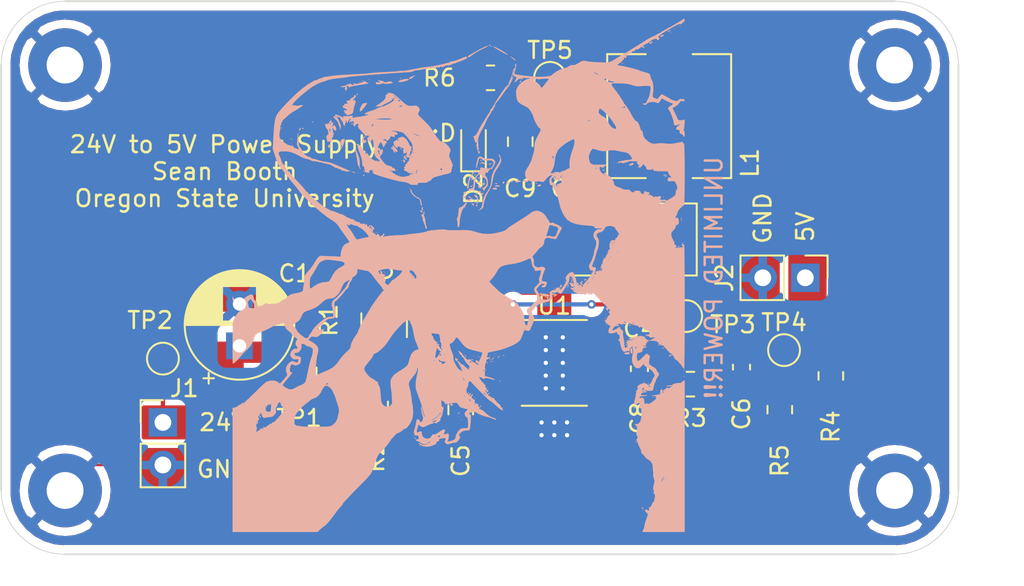
<source format=kicad_pcb>
(kicad_pcb (version 20171130) (host pcbnew "(5.1.12)-1")
  (title_block (title "24V to 5V DC Power Supply") (date 2022-02-18) (rev 1) (company "Oregon State University"))
  (layers (0 F.Cu signal) (31 B.Cu signal) (34 B.Paste user) (35 F.Paste user) (36 B.SilkS user) (37 F.SilkS user) (38 B.Mask user) (39 F.Mask user) (44 Edge.Cuts user))
  (net 0 "")
  (net 1 GND)
  (net 2 "Net-(C1-Pad1)")
  (net 3 "Net-(C4-Pad2)")
  (net 4 "Net-(C4-Pad1)")
  (net 5 "Net-(C5-Pad1)")
  (net 6 "Net-(C6-Pad1)")
  (net 7 "Net-(C7-Pad1)")
  (net 8 "Net-(C8-Pad1)")
  (net 9 "Net-(D2-Pad2)")
  (net 10 "Net-(R1-Pad2)")
  (net 11 "Net-(R4-Pad2)")
  (module local:sheev (layer B.Cu) (at 145.415 104.394 270)
    (fp_text reference G*** hide)
    (fp_text value LOGO hide)
  )
  (module MountingHole:MountingHole_2.2mm_M2_Pad (layer F.Cu) (at 171.45 117.475)
    (fp_text reference REF** hide)
    (fp_text value MountingHole_2.2mm_M2_Pad)
    (pad 1 thru_hole circle (at 0 0) (size 4.399999 4.399999) (drill 2.2) (layers *.Cu *.Mask) (net 1 GND))
  )
  (module MountingHole:MountingHole_2.2mm_M2_Pad (layer F.Cu) (at 121.92 117.475)
    (fp_text reference REF** hide)
    (fp_text value MountingHole_2.2mm_M2_Pad)
    (pad 1 thru_hole circle (at 0 0) (size 4.399999 4.399999) (drill 2.2) (layers *.Cu *.Mask) (net 1 GND))
  )
  (module MountingHole:MountingHole_2.2mm_M2_Pad (layer F.Cu) (at 121.92 92.075)
    (fp_text reference REF** hide)
    (fp_text value MountingHole_2.2mm_M2_Pad)
    (pad 1 thru_hole circle (at 0 0) (size 4.399999 4.399999) (drill 2.2) (layers *.Cu *.Mask) (net 1 GND))
  )
  (module MountingHole:MountingHole_2.2mm_M2_Pad (layer F.Cu) (at 171.45 92.075)
    (fp_text reference REF** hide)
    (fp_text value MountingHole_2.2mm_M2_Pad)
    (pad 1 thru_hole circle (at 0 0) (size 4.399999 4.399999) (drill 2.2) (layers *.Cu *.Mask) (net 1 GND))
  )
  (module TestPoint:TestPoint_Pad_D1.5mm (layer F.Cu) (at 150.876 92.837)
    (fp_text reference TP5 (at 0 -1.648) (layer F.SilkS))
    (fp_text value Vout)
    (pad 1 smd circle (at 0 0) (size 1.5 1.5) (layers F.Cu F.Mask) (net 7 "Net-(C7-Pad1)"))
  )
  (module TestPoint:TestPoint_Pad_D1.5mm (layer F.Cu) (at 164.846 109.093)
    (fp_text reference TP4 (at 0 -1.648) (layer F.SilkS))
    (fp_text value VSENSE)
    (pad 1 smd circle (at 0 0) (size 1.5 1.5) (layers F.Cu F.Mask) (net 11 "Net-(R4-Pad2)"))
  )
  (module TestPoint:TestPoint_Pad_D1.5mm (layer F.Cu) (at 159.004 107.061)
    (fp_text reference TP3 (at 2.794 0.508) (layer F.SilkS))
    (fp_text value PH)
    (pad 1 smd circle (at 0 0) (size 1.5 1.5) (layers F.Cu F.Mask) (net 4 "Net-(C4-Pad1)"))
  )
  (module TestPoint:TestPoint_Pad_D1.5mm (layer F.Cu) (at 127.762 109.601)
    (fp_text reference TP2 (at -0.762 -2.286) (layer F.SilkS))
    (fp_text value Vin)
    (pad 1 smd circle (at 0 0) (size 1.5 1.5) (layers F.Cu F.Mask) (net 2 "Net-(C1-Pad1)"))
  )
  (module TestPoint:TestPoint_Pad_D1.5mm (layer F.Cu) (at 135.89 114.935)
    (fp_text reference TP1 (at 0 -1.778) (layer F.SilkS))
    (fp_text value GND)
    (pad 1 smd circle (at 0 0) (size 1.5 1.5) (layers F.Cu F.Mask) (net 1 GND))
  )
  (module Package_SO:SOIC-8_3.9x4.9mm_P1.27mm (layer F.Cu) (at 151.13 109.855)
    (fp_text reference U1 (at 0 -3.4) (layer F.SilkS))
    (fp_text value TPS54232)
    (pad 8 smd roundrect (at 2.475 -1.905) (size 1.95 0.6) (layers F.Cu F.Paste F.Mask) (net 4 "Net-(C4-Pad1)"))
    (pad 7 smd roundrect (at 2.475 -0.635) (size 1.95 0.6) (layers F.Cu F.Paste F.Mask) (net 1 GND))
    (pad 6 smd roundrect (at 2.475 0.635) (size 1.95 0.6) (layers F.Cu F.Paste F.Mask) (net 8 "Net-(C8-Pad1)"))
    (pad 5 smd roundrect (at 2.475 1.905) (size 1.95 0.6) (layers F.Cu F.Paste F.Mask) (net 11 "Net-(R4-Pad2)"))
    (pad 4 smd roundrect (at -2.475 1.905) (size 1.95 0.6) (layers F.Cu F.Paste F.Mask) (net 5 "Net-(C5-Pad1)"))
    (pad 3 smd roundrect (at -2.475 0.635) (size 1.95 0.6) (layers F.Cu F.Paste F.Mask) (net 10 "Net-(R1-Pad2)"))
    (pad 2 smd roundrect (at -2.475 -0.635) (size 1.95 0.6) (layers F.Cu F.Paste F.Mask) (net 2 "Net-(C1-Pad1)"))
    (pad 1 smd roundrect (at -2.475 -1.905) (size 1.95 0.6) (layers F.Cu F.Paste F.Mask) (net 3 "Net-(C4-Pad2)"))
  )
  (module Resistor_SMD:R_0805_2012Metric_Pad1.20x1.40mm_HandSolder (layer F.Cu) (at 147.32 92.837 180)
    (fp_text reference R6 (at 3.048 0) (layer F.SilkS))
    (fp_text value 140)
    (pad 2 smd roundrect (at 1 0 180) (size 1.2 1.4) (layers F.Cu F.Paste F.Mask) (roundrect_rratio 0.2083325) (net 9 "Net-(D2-Pad2)"))
    (pad 1 smd roundrect (at -1 0 180) (size 1.2 1.4) (layers F.Cu F.Paste F.Mask) (roundrect_rratio 0.2083325) (net 7 "Net-(C7-Pad1)"))
  )
  (module Resistor_SMD:R_0805_2012Metric_Pad1.20x1.40mm_HandSolder (layer F.Cu) (at 164.592 112.649 270)
    (fp_text reference R5 (at 3.048 0 90) (layer F.SilkS))
    (fp_text value 1.96k)
    (pad 2 smd roundrect (at 1 0 270) (size 1.2 1.4) (layers F.Cu F.Paste F.Mask) (roundrect_rratio 0.2083325) (net 1 GND))
    (pad 1 smd roundrect (at -1 0 270) (size 1.2 1.4) (layers F.Cu F.Paste F.Mask) (roundrect_rratio 0.2083325) (net 11 "Net-(R4-Pad2)"))
  )
  (module Resistor_SMD:R_0805_2012Metric_Pad1.20x1.40mm_HandSolder (layer F.Cu) (at 167.64 110.633 270)
    (fp_text reference R4 (at 3.032 0 90) (layer F.SilkS))
    (fp_text value 10.2k)
    (pad 2 smd roundrect (at 1 0 270) (size 1.2 1.4) (layers F.Cu F.Paste F.Mask) (roundrect_rratio 0.2083325) (net 11 "Net-(R4-Pad2)"))
    (pad 1 smd roundrect (at -1 0 270) (size 1.2 1.4) (layers F.Cu F.Paste F.Mask) (roundrect_rratio 0.2083325) (net 7 "Net-(C7-Pad1)"))
  )
  (module Resistor_SMD:R_0805_2012Metric_Pad1.20x1.40mm_HandSolder (layer F.Cu) (at 159.258 111.125)
    (fp_text reference R3 (at 0 2.032) (layer F.SilkS))
    (fp_text value 30.1k)
    (pad 2 smd roundrect (at 1 0) (size 1.2 1.4) (layers F.Cu F.Paste F.Mask) (roundrect_rratio 0.2083325) (net 6 "Net-(C6-Pad1)"))
    (pad 1 smd roundrect (at -1 0) (size 1.2 1.4) (layers F.Cu F.Paste F.Mask) (roundrect_rratio 0.2083325) (net 8 "Net-(C8-Pad1)"))
  )
  (module Resistor_SMD:R_0805_2012Metric_Pad1.20x1.40mm_HandSolder (layer F.Cu) (at 140.462 112.395 270)
    (fp_text reference R2 (at 3.048 0 90) (layer F.SilkS))
    (fp_text value 16.9k)
    (pad 2 smd roundrect (at 1 0 270) (size 1.2 1.4) (layers F.Cu F.Paste F.Mask) (roundrect_rratio 0.2083325) (net 1 GND))
    (pad 1 smd roundrect (at -1 0 270) (size 1.2 1.4) (layers F.Cu F.Paste F.Mask) (roundrect_rratio 0.2083325) (net 10 "Net-(R1-Pad2)"))
  )
  (module Resistor_SMD:R_0805_2012Metric_Pad1.20x1.40mm_HandSolder (layer F.Cu) (at 137.668 110.363 270)
    (fp_text reference R1 (at -3.048 0 90) (layer F.SilkS))
    (fp_text value 169k)
    (pad 2 smd roundrect (at 1 0 270) (size 1.2 1.4) (layers F.Cu F.Paste F.Mask) (roundrect_rratio 0.2083325) (net 10 "Net-(R1-Pad2)"))
    (pad 1 smd roundrect (at -1 0 270) (size 1.2 1.4) (layers F.Cu F.Paste F.Mask) (roundrect_rratio 0.2083325) (net 2 "Net-(C1-Pad1)"))
  )
  (module Inductor_SMD:L_7.3x7.3_H4.5 (layer F.Cu) (at 157.988 95.123 90)
    (fp_text reference L1 (at -2.794 4.826 90) (layer F.SilkS))
    (fp_text value 15uH)
    (pad 2 smd rect (at 3.2 0 90) (size 1.5 2.2) (layers F.Cu F.Paste F.Mask) (net 7 "Net-(C7-Pad1)"))
    (pad 1 smd rect (at -3.2 0 90) (size 1.5 2.2) (layers F.Cu F.Paste F.Mask) (net 4 "Net-(C4-Pad1)"))
  )
  (module Connector_PinHeader_2.54mm:PinHeader_1x02_P2.54mm_Vertical (layer F.Cu) (at 166.116 104.775 270)
    (fp_text reference J2 (at 0 4.826 90) (layer F.SilkS))
    (fp_text value Vout)
    (pad 2 thru_hole oval (at 0 2.54 270) (size 1.7 1.7) (drill 1) (layers *.Cu *.Mask) (net 1 GND))
    (pad 1 thru_hole rect (at 0 0 270) (size 1.7 1.7) (drill 1) (layers *.Cu *.Mask) (net 7 "Net-(C7-Pad1)"))
  )
  (module Connector_PinHeader_2.54mm:PinHeader_1x02_P2.54mm_Vertical (layer F.Cu) (at 127.762 113.411)
    (fp_text reference J1 (at 1.27 -2.032) (layer F.SilkS))
    (fp_text value Vin)
    (pad 2 thru_hole oval (at 0 2.54) (size 1.7 1.7) (drill 1) (layers *.Cu *.Mask) (net 1 GND))
    (pad 1 thru_hole rect (at 0 0) (size 1.7 1.7) (drill 1) (layers *.Cu *.Mask) (net 2 "Net-(C1-Pad1)"))
  )
  (module LED_SMD:LED_0603_1608Metric_Pad1.05x0.95mm_HandSolder (layer F.Cu) (at 146.304 96.76 90)
    (fp_text reference D2 (at -2.681 0 90) (layer F.SilkS))
    (fp_text value LED)
    (pad 2 smd roundrect (at 0.875 0 90) (size 1.05 0.95) (layers F.Cu F.Paste F.Mask) (net 9 "Net-(D2-Pad2)"))
    (pad 1 smd roundrect (at -0.875 0 90) (size 1.05 0.95) (layers F.Cu F.Paste F.Mask) (net 1 GND))
  )
  (module Diode_SMD:D_SMB_Handsoldering (layer F.Cu) (at 155.034 102.489 180)
    (fp_text reference D1 (at 5.936 0) (layer F.SilkS))
    (fp_text value B340LB)
    (pad 2 smd rect (at 2.7 0 180) (size 3.5 2.3) (layers F.Cu F.Paste F.Mask) (net 1 GND))
    (pad 1 smd rect (at -2.7 0 180) (size 3.5 2.3) (layers F.Cu F.Paste F.Mask) (net 4 "Net-(C4-Pad1)"))
  )
  (module Capacitor_SMD:C_0805_2012Metric_Pad1.18x1.45mm_HandSolder (layer F.Cu) (at 149.098 96.647 270)
    (fp_text reference C9 (at 2.794 0 180) (layer F.SilkS))
    (fp_text value 10uF)
    (pad 2 smd roundrect (at 1.0375 0 270) (size 1.175 1.45) (layers F.Cu F.Paste F.Mask) (roundrect_rratio 0.2127659574468085) (net 1 GND))
    (pad 1 smd roundrect (at -1.0375 0 270) (size 1.175 1.45) (layers F.Cu F.Paste F.Mask) (roundrect_rratio 0.2127659574468085) (net 7 "Net-(C7-Pad1)"))
  )
  (module Capacitor_SMD:C_0603_1608Metric_Pad1.08x0.95mm_HandSolder (layer F.Cu) (at 156.21 110.2095 90)
    (fp_text reference C8 (at -2.9475 0 90) (layer F.SilkS))
    (fp_text value 6.8pF)
    (pad 2 smd roundrect (at 0.8625 0 90) (size 1.075 0.95) (layers F.Cu F.Paste F.Mask) (net 1 GND))
    (pad 1 smd roundrect (at -0.8625 0 90) (size 1.075 0.95) (layers F.Cu F.Paste F.Mask) (net 8 "Net-(C8-Pad1)"))
  )
  (module Capacitor_SMD:C_0805_2012Metric_Pad1.18x1.45mm_HandSolder (layer F.Cu) (at 151.892 96.6685 270)
    (fp_text reference C7 (at 2.7725 0 180) (layer F.SilkS))
    (fp_text value 10uF)
    (pad 2 smd roundrect (at 1.0375 0 270) (size 1.175 1.45) (layers F.Cu F.Paste F.Mask) (roundrect_rratio 0.2127659574468085) (net 1 GND))
    (pad 1 smd roundrect (at -1.0375 0 270) (size 1.175 1.45) (layers F.Cu F.Paste F.Mask) (roundrect_rratio 0.2127659574468085) (net 7 "Net-(C7-Pad1)"))
  )
  (module Capacitor_SMD:C_0603_1608Metric_Pad1.08x0.95mm_HandSolder (layer F.Cu) (at 162.306 110.109 90)
    (fp_text reference C6 (at -2.794 0 90) (layer F.SilkS))
    (fp_text value 1800pF)
    (pad 2 smd roundrect (at 0.8625 0 90) (size 1.075 0.95) (layers F.Cu F.Paste F.Mask) (net 1 GND))
    (pad 1 smd roundrect (at -0.8625 0 90) (size 1.075 0.95) (layers F.Cu F.Paste F.Mask) (net 6 "Net-(C6-Pad1)"))
  )
  (module Capacitor_SMD:C_0805_2012Metric_Pad1.18x1.45mm_HandSolder (layer F.Cu) (at 145.542 112.6705 270)
    (fp_text reference C5 (at 3.0265 0 90) (layer F.SilkS))
    (fp_text value 8200pF)
    (pad 2 smd roundrect (at 1.0375 0 270) (size 1.175 1.45) (layers F.Cu F.Paste F.Mask) (roundrect_rratio 0.2127659574468085) (net 1 GND))
    (pad 1 smd roundrect (at -1.0375 0 270) (size 1.175 1.45) (layers F.Cu F.Paste F.Mask) (roundrect_rratio 0.2127659574468085) (net 5 "Net-(C5-Pad1)"))
  )
  (module Capacitor_SMD:C_0603_1608Metric_Pad1.08x0.95mm_HandSolder (layer F.Cu) (at 155.6015 106.045 180)
    (fp_text reference C4 (at -0.6085 -1.778) (layer F.SilkS))
    (fp_text value 0.1uF)
    (pad 2 smd roundrect (at 0.8625 0 180) (size 1.075 0.95) (layers F.Cu F.Paste F.Mask) (net 3 "Net-(C4-Pad2)"))
    (pad 1 smd roundrect (at -0.8625 0 180) (size 1.075 0.95) (layers F.Cu F.Paste F.Mask) (net 4 "Net-(C4-Pad1)"))
  )
  (module Capacitor_SMD:C_1210_3225Metric_Pad1.33x2.70mm_HandSolder (layer F.Cu) (at 144.78 107.6075 90)
    (fp_text reference C3 (at 3.5945 0 90) (layer F.SilkS))
    (fp_text value 10uF)
    (pad 2 smd roundrect (at 1.5625 0 90) (size 1.325 2.7) (layers F.Cu F.Paste F.Mask) (roundrect_rratio 0.1886784905660377) (net 1 GND))
    (pad 1 smd roundrect (at -1.5625 0 90) (size 1.325 2.7) (layers F.Cu F.Paste F.Mask) (roundrect_rratio 0.1886784905660377) (net 2 "Net-(C1-Pad1)"))
  )
  (module Capacitor_SMD:C_1210_3225Metric_Pad1.33x2.70mm_HandSolder (layer F.Cu) (at 140.97 107.6075 90)
    (fp_text reference C2 (at 3.5945 0 90) (layer F.SilkS))
    (fp_text value 10uF)
    (pad 2 smd roundrect (at 1.5625 0 90) (size 1.325 2.7) (layers F.Cu F.Paste F.Mask) (roundrect_rratio 0.1886784905660377) (net 1 GND))
    (pad 1 smd roundrect (at -1.5625 0 90) (size 1.325 2.7) (layers F.Cu F.Paste F.Mask) (roundrect_rratio 0.1886784905660377) (net 2 "Net-(C1-Pad1)"))
  )
  (module Capacitor_THT:CP_Radial_D6.3mm_P2.50mm (layer F.Cu) (at 132.334 108.839 90)
    (fp_text reference C1 (at 4.318 3.302 180) (layer F.SilkS))
    (fp_text value 100uF)
    (pad 2 thru_hole circle (at 2.5 0 90) (size 1.6 1.6) (drill 0.8) (layers *.Cu *.Mask) (net 1 GND))
    (pad 1 thru_hole rect (at 0 0 90) (size 1.6 1.6) (drill 0.8) (layers *.Cu *.Mask) (net 2 "Net-(C1-Pad1)"))
  )
  (gr_text "UNLIMITED POWER!!" (at 160.655 104.775 90) (layer B.SilkS) (effects (font (size 1 1)) (justify mirror)))
  (gr_text "24V to 5V Power Supply\nSean Booth\nOregon State University" (at 131.445 98.425) (layer F.SilkS) (effects (font (size 1 1))))
  (gr_arc (start 171.45 117.475) (end 171.45 121.285) (angle -90) (layer Edge.Cuts) (width 0.05))
  (gr_arc (start 121.92 117.475) (end 118.11 117.475) (angle -90) (layer Edge.Cuts) (width 0.05))
  (gr_arc (start 171.45 92.075) (end 175.26 92.075) (angle -90) (layer Edge.Cuts) (width 0.05))
  (gr_arc (start 121.92 92.075) (end 121.92 88.265) (angle -90) (layer Edge.Cuts) (width 0.05))
  (gr_line (start 175.26 92.075) (end 175.26 117.475) (layer Edge.Cuts) (width 0.1))
  (gr_line (start 121.92 88.265) (end 171.45 88.265) (layer Edge.Cuts) (width 0.1))
  (gr_line (start 118.11 117.475) (end 118.11 92.075) (layer Edge.Cuts) (width 0.1))
  (gr_line (start 171.45 121.285) (end 121.92 121.285) (layer Edge.Cuts) (width 0.1))
  (gr_text :D (at 144.526 96.139) (layer F.SilkS) (effects (font (size 1 1))))
  (gr_text 5V (at 166.116 101.727 90) (layer F.SilkS) (effects (font (size 1 1))))
  (gr_text GND (at 163.576 101.219 90) (layer F.SilkS) (effects (font (size 1 1))))
  (gr_text GND (at 131.318 116.205) (layer F.SilkS) (effects (font (size 1 1))))
  (gr_text "24V\n" (at 131.318 113.411) (layer F.SilkS) (effects (font (size 1 1))))
  (via (at 151.13 113.411) (size 0.508) (drill 0.254) (layers F.Cu B.Cu) (net 1))
  (via (at 150.368 113.411) (size 0.508) (drill 0.254) (layers F.Cu B.Cu) (net 1))
  (via (at 151.892 113.411) (size 0.508) (drill 0.254) (layers F.Cu B.Cu) (net 1))
  (via (at 151.892 114.173) (size 0.508) (drill 0.254) (layers F.Cu B.Cu) (net 1))
  (via (at 151.13 114.173) (size 0.508) (drill 0.254) (layers F.Cu B.Cu) (net 1))
  (via (at 150.368 114.173) (size 0.508) (drill 0.254) (layers F.Cu B.Cu) (net 1))
  (via (at 150.622 108.331) (size 0.508) (drill 0.254) (layers F.Cu B.Cu) (net 1))
  (via (at 151.638 108.331) (size 0.508) (drill 0.254) (layers F.Cu B.Cu) (net 1))
  (via (at 150.622 109.093) (size 0.508) (drill 0.254) (layers F.Cu B.Cu) (net 1))
  (via (at 151.638 109.093) (size 0.508) (drill 0.254) (layers F.Cu B.Cu) (net 1))
  (via (at 150.622 109.855) (size 0.508) (drill 0.254) (layers F.Cu B.Cu) (net 1))
  (via (at 151.638 109.855) (size 0.508) (drill 0.254) (layers F.Cu B.Cu) (net 1))
  (via (at 150.622 110.617) (size 0.508) (drill 0.254) (layers F.Cu B.Cu) (net 1))
  (via (at 151.638 110.617) (size 0.508) (drill 0.254) (layers F.Cu B.Cu) (net 1))
  (via (at 150.622 111.379) (size 0.508) (drill 0.254) (layers F.Cu B.Cu) (net 1))
  (via (at 151.638 111.379) (size 0.508) (drill 0.254) (layers F.Cu B.Cu) (net 1))
  (segment (start 123.444 115.951) (end 121.92 117.475) (width 0.1524) (layer F.Cu) (net 1))
  (segment (start 127.762 115.951) (end 123.444 115.951) (width 0.1524) (layer F.Cu) (net 1))
  (segment (start 127.762 109.601) (end 127.762 113.411) (width 0.254) (layer F.Cu) (net 2))
  (segment (start 148.655 106.364) (end 148.655 106.364) (width 0.1524) (layer F.Cu) (net 3))
  (via (at 148.655 106.364) (size 0.508) (drill 0.254) (layers F.Cu B.Cu) (net 3))
  (segment (start 153.351 106.364) (end 153.351 106.364) (width 0.1524) (layer B.Cu) (net 3))
  (via (at 153.351 106.364) (size 0.508) (drill 0.254) (layers F.Cu B.Cu) (net 3))
  (segment (start 154.674 106.364) (end 154.739 106.299) (width 0.1524) (layer F.Cu) (net 3))
  (segment (start 153.351 106.364) (end 154.674 106.364) (width 0.1524) (layer F.Cu) (net 3))
  (segment (start 148.655 107.95) (end 148.655 106.364) (width 0.254) (layer F.Cu) (net 3))
  (segment (start 154.42 106.364) (end 154.739 106.045) (width 0.254) (layer F.Cu) (net 3))
  (segment (start 153.351 106.364) (end 154.42 106.364) (width 0.254) (layer F.Cu) (net 3))
  (segment (start 148.655 106.364) (end 153.351 106.364) (width 0.254) (layer B.Cu) (net 3))
  (segment (start 153.605 107.95) (end 153.986 107.569) (width 0.1524) (layer F.Cu) (net 4))
  (segment (start 153.986 107.569) (end 156.21 107.569) (width 0.1524) (layer F.Cu) (net 4))
  (segment (start 156.464 107.315) (end 156.464 106.045) (width 0.1524) (layer F.Cu) (net 4))
  (segment (start 156.21 107.569) (end 156.464 107.315) (width 0.1524) (layer F.Cu) (net 4))
  (segment (start 145.669 111.76) (end 145.542 111.633) (width 0.254) (layer F.Cu) (net 5))
  (segment (start 148.655 111.76) (end 145.669 111.76) (width 0.254) (layer F.Cu) (net 5))
  (segment (start 162.1525 111.125) (end 162.306 110.9715) (width 0.254) (layer F.Cu) (net 6))
  (segment (start 160.258 111.125) (end 162.1525 111.125) (width 0.254) (layer F.Cu) (net 6))
  (segment (start 166.116 104.775) (end 166.116 106.299) (width 0.1524) (layer F.Cu) (net 7))
  (segment (start 157.988 91.923) (end 157.988 92.837) (width 0.1524) (layer F.Cu) (net 7))
  (segment (start 157.988 92.837) (end 158.75 93.599) (width 0.1524) (layer F.Cu) (net 7))
  (segment (start 158.75 93.599) (end 165.1 93.599) (width 0.1524) (layer F.Cu) (net 7))
  (segment (start 166.116 94.615) (end 166.116 104.775) (width 0.1524) (layer F.Cu) (net 7))
  (segment (start 165.1 93.599) (end 166.116 94.615) (width 0.1524) (layer F.Cu) (net 7))
  (segment (start 167.64 107.823) (end 166.116 106.299) (width 0.254) (layer F.Cu) (net 7))
  (segment (start 167.64 109.633) (end 167.64 107.823) (width 0.254) (layer F.Cu) (net 7))
  (segment (start 155.628 110.49) (end 156.21 111.072) (width 0.254) (layer F.Cu) (net 8))
  (segment (start 153.605 110.49) (end 155.628 110.49) (width 0.254) (layer F.Cu) (net 8))
  (segment (start 158.205 111.072) (end 158.258 111.125) (width 0.254) (layer F.Cu) (net 8))
  (segment (start 156.21 111.072) (end 158.205 111.072) (width 0.254) (layer F.Cu) (net 8))
  (segment (start 146.304 92.853) (end 146.32 92.837) (width 0.254) (layer F.Cu) (net 9))
  (segment (start 146.304 95.885) (end 146.304 92.853) (width 0.254) (layer F.Cu) (net 9))
  (segment (start 140.43 111.363) (end 140.462 111.395) (width 0.254) (layer F.Cu) (net 10))
  (segment (start 137.668 111.363) (end 140.43 111.363) (width 0.254) (layer F.Cu) (net 10))
  (segment (start 148.655 110.49) (end 142.875 110.49) (width 0.254) (layer F.Cu) (net 10))
  (segment (start 141.97 111.395) (end 140.462 111.395) (width 0.254) (layer F.Cu) (net 10))
  (segment (start 142.875 110.49) (end 141.97 111.395) (width 0.254) (layer F.Cu) (net 10))
  (segment (start 163.846 112.395) (end 164.592 111.649) (width 0.254) (layer F.Cu) (net 11))
  (segment (start 154.24 112.395) (end 163.846 112.395) (width 0.254) (layer F.Cu) (net 11))
  (segment (start 167.624 111.649) (end 167.64 111.633) (width 0.254) (layer F.Cu) (net 11))
  (segment (start 164.592 111.649) (end 167.624 111.649) (width 0.254) (layer F.Cu) (net 11))
  (segment (start 164.592 109.347) (end 164.846 109.093) (width 0.254) (layer F.Cu) (net 11))
  (segment (start 164.592 111.649) (end 164.592 109.347) (width 0.254) (layer F.Cu) (net 11))
  (segment (start 154.24 112.395) (end 153.605 111.76) (width 0.254) (layer F.Cu) (net 11))
  (zone (net 4) (net_name "Net-(C4-Pad1)") (layer F.Cu) (priority 1) (connect_pads yes (clearance 0.508)) (min_thickness 0.254) (fill yes (arc_segments 32) (thermal_gap 0.508) (thermal_bridge_width 0.508))
    (polygon (pts (xy 160.02 108.077) (xy 152.654 108.077) (xy 152.654 107.061) (xy 155.956 107.061) (xy 155.956 97.155) (xy 160.02 97.155)))
  )
  (zone (net 7) (net_name "Net-(C7-Pad1)") (layer F.Cu) (priority 1) (connect_pads yes (clearance 0.508)) (min_thickness 0.254) (fill yes (arc_segments 32) (thermal_gap 0.508) (thermal_bridge_width 0.508))
    (polygon (pts (xy 167.386 106.299) (xy 165.1 106.299) (xy 165.1 96.393) (xy 147.828 96.393) (xy 147.828 91.059) (xy 167.386 91.059)))
  )
  (zone (net 1) (net_name GND) (layer F.Cu) (priority 1) (connect_pads yes (clearance 0.508)) (min_thickness 0.254) (fill yes (arc_segments 32) (thermal_gap 0.508) (thermal_bridge_width 0.508))
    (polygon (pts (xy 154.178 104.013) (xy 152.146 104.013) (xy 152.146 108.585) (xy 161.29 108.585) (xy 161.29 103.505) (xy 164.592 103.505) (xy 164.592 106.299) (xy 163.322 106.299) (xy 163.322 109.855) (xy 152.146 109.855) (xy 152.146 112.903) (xy 165.862 112.903) (xy 165.862 117.475) (xy 126.492 117.475) (xy 126.492 114.935) (xy 133.35 114.935) (xy 133.35 112.903) (xy 150.114 112.903) (xy 150.114 105.791) (xy 147.32 105.791) (xy 147.32 106.807) (xy 131.064 106.807) (xy 131.064 105.029) (xy 133.35 105.029) (xy 133.35 97.155) (xy 154.178 97.155)))
  )
  (zone (net 2) (net_name "Net-(C1-Pad1)") (layer F.Cu) (priority 1) (connect_pads yes (clearance 0.508)) (min_thickness 0.254) (fill yes (arc_segments 32) (thermal_gap 0.508) (thermal_bridge_width 0.508))
    (polygon (pts (xy 149.606 109.855) (xy 132.588 109.855) (xy 132.588 114.427) (xy 126.492 114.427) (xy 126.492 112.395) (xy 130.048 112.395) (xy 130.048 108.585) (xy 149.606 108.585)))
  )
  (zone (net 1) (net_name GND) (layer F.Cu) (connect_pads (clearance 0.508)) (min_thickness 0.254) (fill yes (arc_segments 32) (thermal_gap 0.508) (thermal_bridge_width 0.508))
    (polygon (pts (xy 175.26 121.285) (xy 118.11 121.285) (xy 118.11 88.265) (xy 175.26 88.265)))
  )
  (zone (net 1) (net_name GND) (layer B.Cu) (priority 1) (connect_pads (clearance 0.508)) (min_thickness 0.254) (fill yes (arc_segments 32) (thermal_gap 0.508) (thermal_bridge_width 0.508))
    (polygon (pts (xy 175.26 121.285) (xy 118.11 121.285) (xy 118.11 88.265) (xy 175.26 88.265)))
  )
)
</source>
